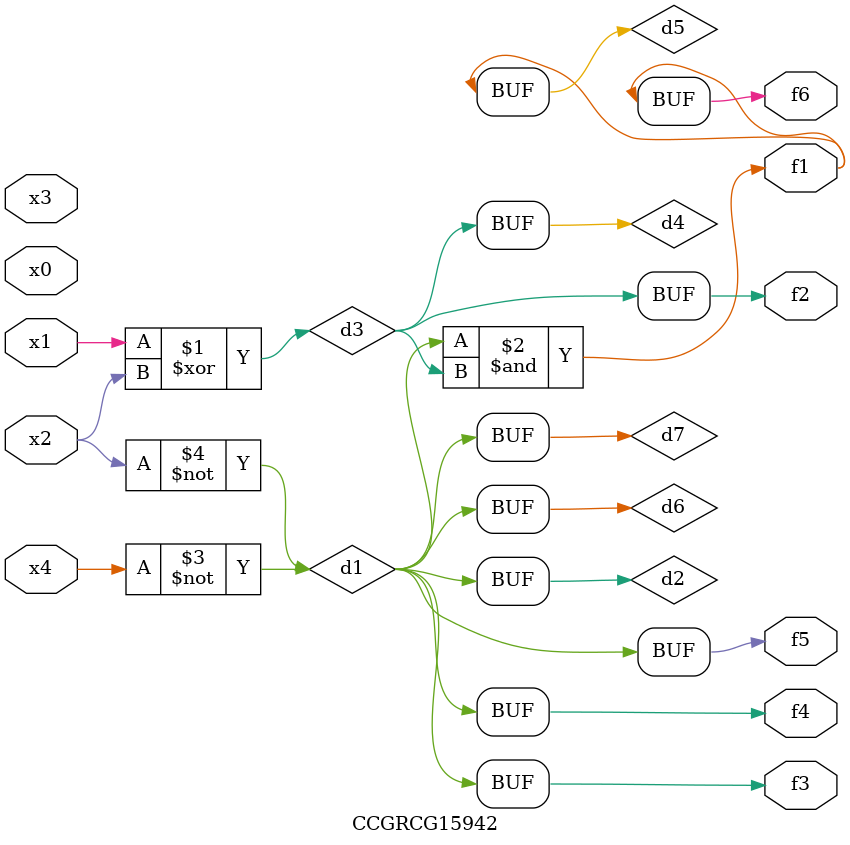
<source format=v>
module CCGRCG15942(
	input x0, x1, x2, x3, x4,
	output f1, f2, f3, f4, f5, f6
);

	wire d1, d2, d3, d4, d5, d6, d7;

	not (d1, x4);
	not (d2, x2);
	xor (d3, x1, x2);
	buf (d4, d3);
	and (d5, d1, d3);
	buf (d6, d1, d2);
	buf (d7, d2);
	assign f1 = d5;
	assign f2 = d4;
	assign f3 = d7;
	assign f4 = d7;
	assign f5 = d7;
	assign f6 = d5;
endmodule

</source>
